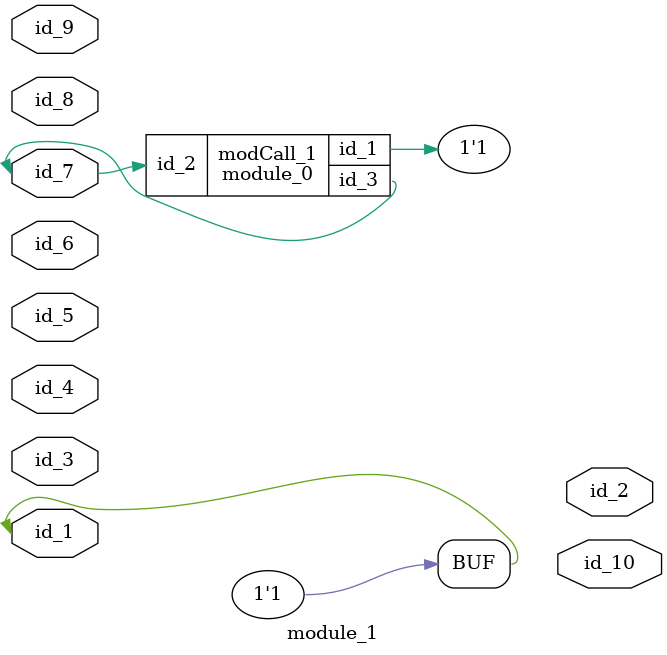
<source format=v>
module module_0 (
    id_1,
    id_2,
    id_3
);
  inout wire id_3;
  input wire id_2;
  inout wire id_1;
  assign id_1 = id_1;
endmodule
module module_1 (
    id_1,
    id_2,
    id_3,
    id_4,
    id_5,
    id_6,
    id_7,
    id_8,
    id_9,
    id_10
);
  output wire id_10;
  input wire id_9;
  input wire id_8;
  inout wire id_7;
  inout wire id_6;
  inout wire id_5;
  input wire id_4;
  inout wire id_3;
  output wire id_2;
  inout wire id_1;
  assign id_1 = 1;
  wire id_11;
  module_0 modCall_1 (
      id_1,
      id_7,
      id_7
  );
endmodule

</source>
